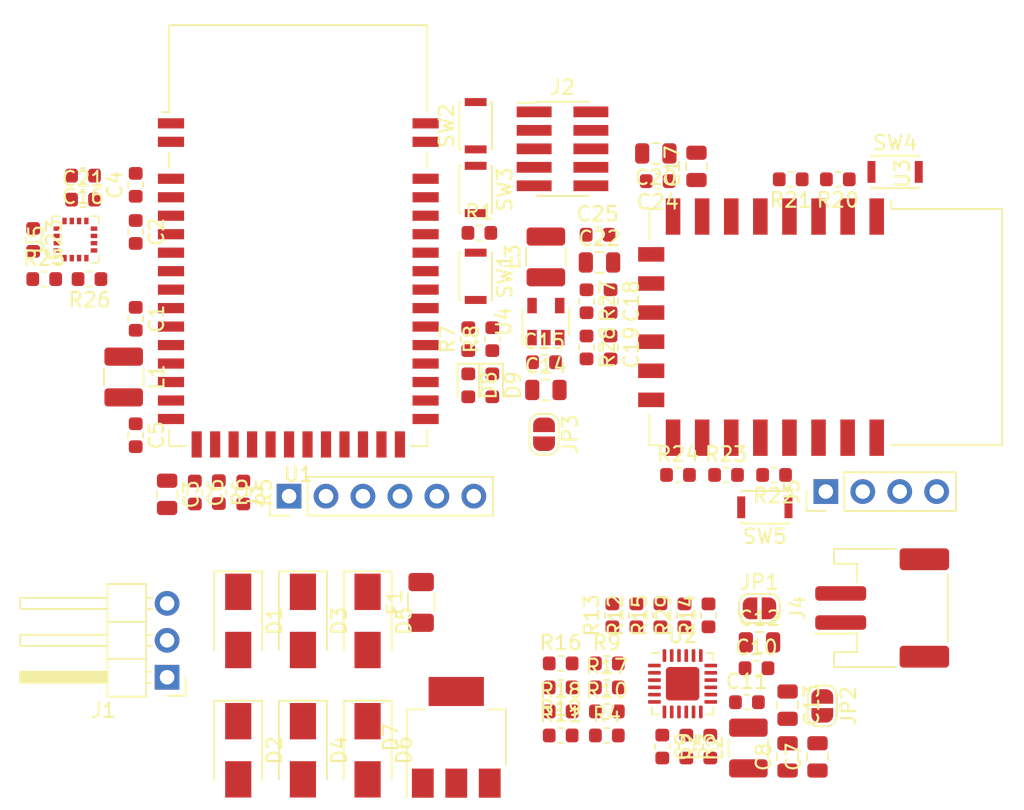
<source format=kicad_pcb>
(kicad_pcb (version 20171130) (host pcbnew "(5.1.6)-1")
  (layers (0 F.Cu signal) (1 In1.Cu signal) (2 In2.Cu signal) (31 B.Cu signal) (34 B.Paste user) (35 F.Paste user) (36 B.SilkS user) (37 F.SilkS user hide) (38 B.Mask user) (39 F.Mask user) (44 Edge.Cuts user))
  (net 0 "")
  (net 1 "Net-(C1-Pad2)")
  (net 2 GND)
  (net 3 "Net-(C2-Pad1)")
  (net 4 +3V3)
  (net 5 "Net-(C4-Pad1)")
  (net 6 "Net-(C5-Pad1)")
  (net 7 "Net-(C7-Pad1)")
  (net 8 "Net-(C9-Pad1)")
  (net 9 VBUS)
  (net 10 "Net-(C11-Pad1)")
  (net 11 "Net-(C14-Pad1)")
  (net 12 "Net-(C16-Pad2)")
  (net 13 "Net-(C16-Pad1)")
  (net 14 +3.3VP)
  (net 15 "Net-(C18-Pad2)")
  (net 16 "Net-(C21-Pad1)")
  (net 17 "Net-(D1-Pad2)")
  (net 18 "Net-(D1-Pad1)")
  (net 19 "Net-(D3-Pad2)")
  (net 20 "Net-(D5-Pad2)")
  (net 21 "Net-(D8-Pad1)")
  (net 22 "Net-(D9-Pad1)")
  (net 23 /nRST)
  (net 24 "Net-(J2-Pad8)")
  (net 25 "Net-(J2-Pad7)")
  (net 26 /SWO)
  (net 27 /SWCLK)
  (net 28 /SWDIO)
  (net 29 /GPIO15)
  (net 30 /GPIO14)
  (net 31 /GPIO13)
  (net 32 /GPIO12)
  (net 33 "Net-(J4-Pad1)")
  (net 34 /ESP_TX)
  (net 35 /ESP_RX)
  (net 36 +BATT)
  (net 37 "Net-(L1-Pad2)")
  (net 38 "Net-(L2-Pad2)")
  (net 39 "Net-(L3-Pad1)")
  (net 40 "Net-(R2-Pad2)")
  (net 41 "Net-(R10-Pad2)")
  (net 42 "Net-(R11-Pad2)")
  (net 43 "Net-(R5-Pad1)")
  (net 44 "Net-(R7-Pad2)")
  (net 45 "Net-(R8-Pad2)")
  (net 46 "Net-(R16-Pad2)")
  (net 47 "Net-(R10-Pad1)")
  (net 48 "Net-(R11-Pad1)")
  (net 49 "Net-(R12-Pad1)")
  (net 50 "Net-(R13-Pad1)")
  (net 51 "Net-(R14-Pad1)")
  (net 52 /DIS_SW)
  (net 53 "Net-(R17-Pad2)")
  (net 54 "Net-(R20-Pad1)")
  (net 55 "Net-(R21-Pad1)")
  (net 56 /ESP_IO0)
  (net 57 /ESP_IO2)
  (net 58 /NRF_RX)
  (net 59 /SDA)
  (net 60 /SCL)
  (net 61 "Net-(R29-Pad1)")
  (net 62 "Net-(SW2-Pad1)")
  (net 63 "Net-(SW3-Pad1)")
  (net 64 "Net-(U1-Pad32)")
  (net 65 "Net-(U1-Pad31)")
  (net 66 "Net-(U1-Pad26)")
  (net 67 "Net-(U1-Pad24)")
  (net 68 "Net-(U1-Pad22)")
  (net 69 /NRF_TX)
  (net 70 /ESP_EN)
  (net 71 "Net-(U1-Pad19)")
  (net 72 "Net-(U1-Pad18)")
  (net 73 "Net-(U1-Pad11)")
  (net 74 "Net-(U1-Pad10)")
  (net 75 "Net-(U1-Pad9)")
  (net 76 "Net-(U1-Pad8)")
  (net 77 /DRDY)
  (net 78 "Net-(U2-Pad19)")
  (net 79 "Net-(U2-Pad18)")
  (net 80 "Net-(U2-Pad11)")
  (net 81 "Net-(U3-Pad20)")
  (net 82 "Net-(U3-Pad19)")
  (net 83 "Net-(U3-Pad14)")
  (net 84 "Net-(U3-Pad13)")
  (net 85 "Net-(U3-Pad12)")
  (net 86 "Net-(U3-Pad11)")
  (net 87 "Net-(U3-Pad10)")
  (net 88 "Net-(U3-Pad9)")
  (net 89 "Net-(U3-Pad6)")
  (net 90 "Net-(U3-Pad5)")
  (net 91 "Net-(U3-Pad4)")
  (net 92 "Net-(U3-Pad2)")
  (net 93 "Net-(U5-Pad5)")
  (net 94 "Net-(U5-Pad7)")
  (net 95 "Net-(U5-Pad6)")
  (net 96 "Net-(U5-Pad3)")
  (net 97 "Net-(U5-Pad14)")
  (net 98 "Net-(U1-Pad39)")
  (module Package_LGA:LGA-16_3x3mm_P0.5mm (layer F.Cu) (at 96.8235 28.8415 90)
    (fp_text reference U5 (at 0 -2.7 90) (layer F.SilkS))
    (fp_text value QMC5883L)
    (pad 10 smd rect (at 1.275 0.25 180) (size 0.3 0.45) (layers F.Cu F.Paste F.Mask) (net 16 "Net-(C21-Pad1)"))
    (pad 11 smd rect (at 1.275 -0.25 180) (size 0.3 0.45) (layers F.Cu F.Paste F.Mask) (net 2 GND))
    (pad 12 smd rect (at 1.275 -0.75 180) (size 0.3 0.45) (layers F.Cu F.Paste F.Mask) (net 12 "Net-(C16-Pad2)"))
    (pad 9 smd rect (at 1.275 0.75 180) (size 0.3 0.45) (layers F.Cu F.Paste F.Mask) (net 2 GND))
    (pad 5 smd rect (at -0.75 1.275 90) (size 0.3 0.45) (layers F.Cu F.Paste F.Mask) (net 93 "Net-(U5-Pad5)"))
    (pad 7 smd rect (at 0.25 1.275 90) (size 0.3 0.45) (layers F.Cu F.Paste F.Mask) (net 94 "Net-(U5-Pad7)"))
    (pad 6 smd rect (at -0.25 1.275 90) (size 0.3 0.45) (layers F.Cu F.Paste F.Mask) (net 95 "Net-(U5-Pad6)"))
    (pad 8 smd rect (at 0.75 1.275 90) (size 0.3 0.45) (layers F.Cu F.Paste F.Mask) (net 13 "Net-(C16-Pad1)"))
    (pad 4 smd rect (at -1.275 0.75 180) (size 0.3 0.45) (layers F.Cu F.Paste F.Mask) (net 4 +3V3))
    (pad 3 smd rect (at -1.275 0.25 180) (size 0.3 0.45) (layers F.Cu F.Paste F.Mask) (net 96 "Net-(U5-Pad3)"))
    (pad 2 smd rect (at -1.275 -0.25 180) (size 0.3 0.45) (layers F.Cu F.Paste F.Mask) (net 4 +3V3))
    (pad 1 smd rect (at -1.275 -0.75 180) (size 0.3 0.45) (layers F.Cu F.Paste F.Mask) (net 60 /SCL))
    (pad 14 smd rect (at 0.25 -1.275 90) (size 0.3 0.45) (layers F.Cu F.Paste F.Mask) (net 97 "Net-(U5-Pad14)"))
    (pad 15 smd rect (at -0.25 -1.275 90) (size 0.3 0.45) (layers F.Cu F.Paste F.Mask) (net 77 /DRDY))
    (pad 16 smd rect (at -0.75 -1.275 90) (size 0.3 0.45) (layers F.Cu F.Paste F.Mask) (net 59 /SDA))
    (pad 13 smd rect (at 0.75 -1.275 90) (size 0.3 0.45) (layers F.Cu F.Paste F.Mask) (net 4 +3V3))
  )
  (module Package_TO_SOT_SMD:SOT-23-5 (layer F.Cu) (at 129.159 34.4805 90)
    (fp_text reference U4 (at 0 -2.9 90) (layer F.SilkS))
    (fp_text value TPS62200DBV)
    (pad 5 smd rect (at 1.1 -0.95 90) (size 1.06 0.65) (layers F.Cu F.Paste F.Mask) (net 39 "Net-(L3-Pad1)"))
    (pad 4 smd rect (at 1.1 0.95 90) (size 1.06 0.65) (layers F.Cu F.Paste F.Mask) (net 15 "Net-(C18-Pad2)"))
    (pad 3 smd rect (at -1.1 0.95 90) (size 1.06 0.65) (layers F.Cu F.Paste F.Mask) (net 70 /ESP_EN))
    (pad 2 smd rect (at -1.1 0 90) (size 1.06 0.65) (layers F.Cu F.Paste F.Mask) (net 2 GND))
    (pad 1 smd rect (at -1.1 -0.95 90) (size 1.06 0.65) (layers F.Cu F.Paste F.Mask) (net 11 "Net-(C14-Pad1)"))
  )
  (module RF_Module:ESP-12E (layer F.Cu) (at 148.3995 34.8615 270)
    (fp_text reference U3 (at -10.56 -5.26 90) (layer F.SilkS))
    (fp_text value ESP-12F)
    (pad 22 smd rect (at 7.6 -3.5 270) (size 2.5 1) (layers F.Cu F.Paste F.Mask) (net 34 /ESP_TX))
    (pad 21 smd rect (at 7.6 -1.5 270) (size 2.5 1) (layers F.Cu F.Paste F.Mask) (net 35 /ESP_RX))
    (pad 20 smd rect (at 7.6 0.5 270) (size 2.5 1) (layers F.Cu F.Paste F.Mask) (net 81 "Net-(U3-Pad20)"))
    (pad 19 smd rect (at 7.6 2.5 270) (size 2.5 1) (layers F.Cu F.Paste F.Mask) (net 82 "Net-(U3-Pad19)"))
    (pad 18 smd rect (at 7.6 4.5 270) (size 2.5 1) (layers F.Cu F.Paste F.Mask) (net 56 /ESP_IO0))
    (pad 17 smd rect (at 7.6 6.5 270) (size 2.5 1) (layers F.Cu F.Paste F.Mask) (net 57 /ESP_IO2))
    (pad 16 smd rect (at 7.6 8.5 270) (size 2.5 1) (layers F.Cu F.Paste F.Mask) (net 58 /NRF_RX))
    (pad 15 smd rect (at 7.6 10.5 270) (size 2.5 1) (layers F.Cu F.Paste F.Mask) (net 2 GND))
    (pad 14 smd rect (at 5 12 270) (size 1 1.8) (layers F.Cu F.Paste F.Mask) (net 83 "Net-(U3-Pad14)"))
    (pad 13 smd rect (at 3 12 270) (size 1 1.8) (layers F.Cu F.Paste F.Mask) (net 84 "Net-(U3-Pad13)"))
    (pad 12 smd rect (at 1 12 270) (size 1 1.8) (layers F.Cu F.Paste F.Mask) (net 85 "Net-(U3-Pad12)"))
    (pad 11 smd rect (at -1 12 270) (size 1 1.8) (layers F.Cu F.Paste F.Mask) (net 86 "Net-(U3-Pad11)"))
    (pad 10 smd rect (at -3 12 270) (size 1 1.8) (layers F.Cu F.Paste F.Mask) (net 87 "Net-(U3-Pad10)"))
    (pad 9 smd rect (at -5 12 270) (size 1 1.8) (layers F.Cu F.Paste F.Mask) (net 88 "Net-(U3-Pad9)"))
    (pad 8 smd rect (at -7.6 10.5 270) (size 2.5 1) (layers F.Cu F.Paste F.Mask) (net 14 +3.3VP))
    (pad 7 smd rect (at -7.6 8.5 270) (size 2.5 1) (layers F.Cu F.Paste F.Mask) (net 69 /NRF_TX))
    (pad 6 smd rect (at -7.6 6.5 270) (size 2.5 1) (layers F.Cu F.Paste F.Mask) (net 89 "Net-(U3-Pad6)"))
    (pad 5 smd rect (at -7.6 4.5 270) (size 2.5 1) (layers F.Cu F.Paste F.Mask) (net 90 "Net-(U3-Pad5)"))
    (pad 4 smd rect (at -7.6 2.5 270) (size 2.5 1) (layers F.Cu F.Paste F.Mask) (net 91 "Net-(U3-Pad4)"))
    (pad 3 smd rect (at -7.6 0.5 270) (size 2.5 1) (layers F.Cu F.Paste F.Mask) (net 55 "Net-(R21-Pad1)"))
    (pad 2 smd rect (at -7.6 -1.5 270) (size 2.5 1) (layers F.Cu F.Paste F.Mask) (net 92 "Net-(U3-Pad2)"))
    (pad 1 smd rect (at -7.6 -3.5 270) (size 2.5 1) (layers F.Cu F.Paste F.Mask) (net 54 "Net-(R20-Pad1)"))
  )
  (module Package_CSP:LFCSP-24-1EP_4x4mm_P0.5mm_EP2.3x2.3mm (layer F.Cu) (at 138.557 59.3725)
    (fp_text reference U2 (at 0 -3.32) (layer F.SilkS))
    (fp_text value ADP5091)
    (pad 24 smd roundrect (at -1.25 -1.9375) (size 0.25 0.875) (layers F.Cu F.Paste F.Mask) (net 50 "Net-(R13-Pad1)"))
    (pad 23 smd roundrect (at -0.75 -1.9375) (size 0.25 0.875) (layers F.Cu F.Paste F.Mask) (net 49 "Net-(R12-Pad1)"))
    (pad 22 smd roundrect (at -0.25 -1.9375) (size 0.25 0.875) (layers F.Cu F.Paste F.Mask) (net 52 /DIS_SW))
    (pad 21 smd roundrect (at 0.25 -1.9375) (size 0.25 0.875) (layers F.Cu F.Paste F.Mask) (net 61 "Net-(R29-Pad1)"))
    (pad 20 smd roundrect (at 0.75 -1.9375) (size 0.25 0.875) (layers F.Cu F.Paste F.Mask) (net 51 "Net-(R14-Pad1)"))
    (pad 19 smd roundrect (at 1.25 -1.9375) (size 0.25 0.875) (layers F.Cu F.Paste F.Mask) (net 78 "Net-(U2-Pad19)"))
    (pad 18 smd roundrect (at 1.9375 -1.25) (size 0.875 0.25) (layers F.Cu F.Paste F.Mask) (net 79 "Net-(U2-Pad18)"))
    (pad 17 smd roundrect (at 1.9375 -0.75) (size 0.875 0.25) (layers F.Cu F.Paste F.Mask) (net 36 +BATT))
    (pad 16 smd roundrect (at 1.9375 -0.25) (size 0.875 0.25) (layers F.Cu F.Paste F.Mask) (net 9 VBUS))
    (pad 15 smd roundrect (at 1.9375 0.25) (size 0.875 0.25) (layers F.Cu F.Paste F.Mask) (net 10 "Net-(C11-Pad1)"))
    (pad 14 smd roundrect (at 1.9375 0.75) (size 0.875 0.25) (layers F.Cu F.Paste F.Mask) (net 10 "Net-(C11-Pad1)"))
    (pad 13 smd roundrect (at 1.9375 1.25) (size 0.875 0.25) (layers F.Cu F.Paste F.Mask) (net 38 "Net-(L2-Pad2)"))
    (pad 12 smd roundrect (at 1.25 1.9375) (size 0.25 0.875) (layers F.Cu F.Paste F.Mask) (net 2 GND))
    (pad 11 smd roundrect (at 0.75 1.9375) (size 0.25 0.875) (layers F.Cu F.Paste F.Mask) (net 80 "Net-(U2-Pad11)"))
    (pad 10 smd roundrect (at 0.25 1.9375) (size 0.25 0.875) (layers F.Cu F.Paste F.Mask) (net 7 "Net-(C7-Pad1)"))
    (pad 9 smd roundrect (at -0.25 1.9375) (size 0.25 0.875) (layers F.Cu F.Paste F.Mask) (net 40 "Net-(R2-Pad2)"))
    (pad 8 smd roundrect (at -0.75 1.9375) (size 0.25 0.875) (layers F.Cu F.Paste F.Mask) (net 8 "Net-(C9-Pad1)"))
    (pad 7 smd roundrect (at -1.25 1.9375) (size 0.25 0.875) (layers F.Cu F.Paste F.Mask) (net 2 GND))
    (pad 6 smd roundrect (at -1.9375 1.25) (size 0.875 0.25) (layers F.Cu F.Paste F.Mask) (net 48 "Net-(R11-Pad1)"))
    (pad 5 smd roundrect (at -1.9375 0.75) (size 0.875 0.25) (layers F.Cu F.Paste F.Mask) (net 42 "Net-(R11-Pad2)"))
    (pad 4 smd roundrect (at -1.9375 0.25) (size 0.875 0.25) (layers F.Cu F.Paste F.Mask) (net 47 "Net-(R10-Pad1)"))
    (pad 3 smd roundrect (at -1.9375 -0.25) (size 0.875 0.25) (layers F.Cu F.Paste F.Mask) (net 53 "Net-(R17-Pad2)"))
    (pad 2 smd roundrect (at -1.9375 -0.75) (size 0.875 0.25) (layers F.Cu F.Paste F.Mask) (net 46 "Net-(R16-Pad2)"))
    (pad 1 smd roundrect (at -1.9375 -1.25) (size 0.875 0.25) (layers F.Cu F.Paste F.Mask) (net 41 "Net-(R10-Pad2)"))
    (pad 25 smd roundrect (at 0 0) (size 2.3 2.3) (layers F.Cu F.Mask) (roundrect_rratio 0.108696) (net 2 GND))
  )
  (module RF_Module:E73-2G4M04S (layer F.Cu) (at 112.141 28.575)
    (fp_text reference U1 (at 0 16.4) (layer F.SilkS))
    (fp_text value E73-2G4M04S-52832)
    (pad 43 smd rect (at 8.75 -7.72) (size 1.8 0.7) (layers F.Cu F.Paste F.Mask) (net 2 GND))
    (pad 42 smd rect (at 8.75 -6.45) (size 1.8 0.7) (layers F.Cu F.Paste F.Mask) (net 2 GND))
    (pad 41 smd rect (at 8.75 -3.91) (size 1.8 0.7) (layers F.Cu F.Paste F.Mask) (net 62 "Net-(SW2-Pad1)"))
    (pad 40 smd rect (at 8.75 -2.64) (size 1.8 0.7) (layers F.Cu F.Paste F.Mask) (net 63 "Net-(SW3-Pad1)"))
    (pad 39 smd rect (at 8.75 -1.37) (size 1.8 0.7) (layers F.Cu F.Paste F.Mask) (net 98 "Net-(U1-Pad39)"))
    (pad 38 smd rect (at 8.75 -0.1) (size 1.8 0.7) (layers F.Cu F.Paste F.Mask) (net 28 /SWDIO))
    (pad 37 smd rect (at 8.75 1.17) (size 1.8 0.7) (layers F.Cu F.Paste F.Mask) (net 27 /SWCLK))
    (pad 36 smd rect (at 8.75 2.44) (size 1.8 0.7) (layers F.Cu F.Paste F.Mask) (net 23 /nRST))
    (pad 35 smd rect (at 8.75 3.71) (size 1.8 0.7) (layers F.Cu F.Paste F.Mask) (net 45 "Net-(R8-Pad2)"))
    (pad 34 smd rect (at 8.75 4.98) (size 1.8 0.7) (layers F.Cu F.Paste F.Mask) (net 44 "Net-(R7-Pad2)"))
    (pad 33 smd rect (at 8.75 6.25) (size 1.8 0.7) (layers F.Cu F.Paste F.Mask) (net 26 /SWO))
    (pad 32 smd rect (at 8.75 7.52) (size 1.8 0.7) (layers F.Cu F.Paste F.Mask) (net 64 "Net-(U1-Pad32)"))
    (pad 31 smd rect (at 8.75 8.79) (size 1.8 0.7) (layers F.Cu F.Paste F.Mask) (net 65 "Net-(U1-Pad31)"))
    (pad 30 smd rect (at 8.75 10.06) (size 1.8 0.7) (layers F.Cu F.Paste F.Mask) (net 29 /GPIO15))
    (pad 29 smd rect (at 8.75 11.33) (size 1.8 0.7) (layers F.Cu F.Paste F.Mask) (net 30 /GPIO14))
    (pad 28 smd rect (at 8.75 12.6) (size 1.8 0.7) (layers F.Cu F.Paste F.Mask) (net 31 /GPIO13))
    (pad 27 smd rect (at 6.985 14.35) (size 0.7 1.8) (layers F.Cu F.Paste F.Mask) (net 32 /GPIO12))
    (pad 26 smd rect (at 5.715 14.35) (size 0.7 1.8) (layers F.Cu F.Paste F.Mask) (net 66 "Net-(U1-Pad26)"))
    (pad 25 smd rect (at 4.445 14.35) (size 0.7 1.8) (layers F.Cu F.Paste F.Mask) (net 67 "Net-(U1-Pad24)"))
    (pad 24 smd rect (at 3.175 14.35) (size 0.7 1.8) (layers F.Cu F.Paste F.Mask) (net 67 "Net-(U1-Pad24)"))
    (pad 23 smd rect (at 1.905 14.35) (size 0.7 1.8) (layers F.Cu F.Paste F.Mask) (net 58 /NRF_RX))
    (pad 22 smd rect (at 0.635 14.35) (size 0.7 1.8) (layers F.Cu F.Paste F.Mask) (net 68 "Net-(U1-Pad22)"))
    (pad 21 smd rect (at -0.635 14.35) (size 0.7 1.8) (layers F.Cu F.Paste F.Mask) (net 69 /NRF_TX))
    (pad 20 smd rect (at -1.905 14.35) (size 0.7 1.8) (layers F.Cu F.Paste F.Mask) (net 70 /ESP_EN))
    (pad 19 smd rect (at -3.175 14.35) (size 0.7 1.8) (layers F.Cu F.Paste F.Mask) (net 71 "Net-(U1-Pad19)"))
    (pad 18 smd rect (at -4.445 14.35) (size 0.7 1.8) (layers F.Cu F.Paste F.Mask) (net 72 "Net-(U1-Pad18)"))
    (pad 17 smd rect (at -5.715 14.35) (size 0.7 1.8) (layers F.Cu F.Paste F.Mask) (net 43 "Net-(R5-Pad1)"))
    (pad 16 smd rect (at -6.985 14.35) (size 0.7 1.8) (layers F.Cu F.Paste F.Mask) (net 4 +3V3))
    (pad 15 smd rect (at -8.75 12.6) (size 1.8 0.7) (layers F.Cu F.Paste F.Mask) (net 2 GND))
    (pad 14 smd rect (at -8.75 11.33) (size 1.8 0.7) (layers F.Cu F.Paste F.Mask) (net 6 "Net-(C5-Pad1)"))
    (pad 13 smd rect (at -8.75 10.06) (size 1.8 0.7) (layers F.Cu F.Paste F.Mask) (net 37 "Net-(L1-Pad2)"))
    (pad 12 smd rect (at -8.75 8.79) (size 1.8 0.7) (layers F.Cu F.Paste F.Mask) (net 1 "Net-(C1-Pad2)"))
    (pad 11 smd rect (at -8.75 7.52) (size 1.8 0.7) (layers F.Cu F.Paste F.Mask) (net 73 "Net-(U1-Pad11)"))
    (pad 10 smd rect (at -8.75 6.25) (size 1.8 0.7) (layers F.Cu F.Paste F.Mask) (net 74 "Net-(U1-Pad10)"))
    (pad 9 smd rect (at -8.75 4.98) (size 1.8 0.7) (layers F.Cu F.Paste F.Mask) (net 75 "Net-(U1-Pad9)"))
    (pad 8 smd rect (at -8.75 3.71) (size 1.8 0.7) (layers F.Cu F.Paste F.Mask) (net 76 "Net-(U1-Pad8)"))
    (pad 7 smd rect (at -8.75 2.44) (size 1.8 0.7) (layers F.Cu F.Paste F.Mask) (net 60 /SCL))
    (pad 6 smd rect (at -8.75 1.17) (size 1.8 0.7) (layers F.Cu F.Paste F.Mask) (net 59 /SDA))
    (pad 5 smd rect (at -8.75 -0.1) (size 1.8 0.7) (layers F.Cu F.Paste F.Mask) (net 77 /DRDY))
    (pad 4 smd rect (at -8.75 -1.37) (size 1.8 0.7) (layers F.Cu F.Paste F.Mask) (net 3 "Net-(C2-Pad1)"))
    (pad 3 smd rect (at -8.75 -2.64) (size 1.8 0.7) (layers F.Cu F.Paste F.Mask) (net 5 "Net-(C4-Pad1)"))
    (pad 2 smd rect (at -8.75 -3.91) (size 1.8 0.7) (layers F.Cu F.Paste F.Mask) (net 2 GND))
    (pad 1 smd rect (at -8.75 -6.45) (size 1.8 0.7) (layers F.Cu F.Paste F.Mask) (net 2 GND))
    (pad 0 smd rect (at -8.75 -7.72) (size 1.8 0.7) (layers F.Cu F.Paste F.Mask) (net 2 GND))
  )
  (module Button_Switch_SMD:SW_SPST_CK_KXT3 (layer F.Cu) (at 144.2085 47.244 180)
    (fp_text reference SW5 (at 0 -2) (layer F.SilkS))
    (fp_text value SW_Push)
    (pad 2 smd rect (at 1.625 0 180) (size 0.55 1.5) (layers F.Cu F.Paste F.Mask) (net 2 GND))
    (pad 1 smd rect (at -1.625 0 180) (size 0.55 1.5) (layers F.Cu F.Paste F.Mask) (net 56 /ESP_IO0))
  )
  (module Button_Switch_SMD:SW_SPST_CK_KXT3 (layer F.Cu) (at 153.162 24.1935)
    (fp_text reference SW4 (at 0 -2) (layer F.SilkS))
    (fp_text value SW_Push)
    (pad 2 smd rect (at 1.625 0) (size 0.55 1.5) (layers F.Cu F.Paste F.Mask) (net 2 GND))
    (pad 1 smd rect (at -1.625 0) (size 0.55 1.5) (layers F.Cu F.Paste F.Mask) (net 54 "Net-(R20-Pad1)"))
  )
  (module Button_Switch_SMD:SW_SPST_CK_KXT3 (layer F.Cu) (at 124.333 25.4 270)
    (fp_text reference SW3 (at 0 -2 90) (layer F.SilkS))
    (fp_text value SW_Push)
    (pad 2 smd rect (at 1.625 0 270) (size 0.55 1.5) (layers F.Cu F.Paste F.Mask) (net 2 GND))
    (pad 1 smd rect (at -1.625 0 270) (size 0.55 1.5) (layers F.Cu F.Paste F.Mask) (net 63 "Net-(SW3-Pad1)"))
  )
  (module Button_Switch_SMD:SW_SPST_CK_KXT3 (layer F.Cu) (at 124.333 21.0185 90)
    (fp_text reference SW2 (at 0 -2 90) (layer F.SilkS))
    (fp_text value SW_Push)
    (pad 2 smd rect (at 1.625 0 90) (size 0.55 1.5) (layers F.Cu F.Paste F.Mask) (net 2 GND))
    (pad 1 smd rect (at -1.625 0 90) (size 0.55 1.5) (layers F.Cu F.Paste F.Mask) (net 62 "Net-(SW2-Pad1)"))
  )
  (module Button_Switch_SMD:SW_SPST_CK_KXT3 (layer F.Cu) (at 124.333 31.369 270)
    (fp_text reference SW1 (at 0 -2 90) (layer F.SilkS))
    (fp_text value SW_Push)
    (pad 2 smd rect (at 1.625 0 270) (size 0.55 1.5) (layers F.Cu F.Paste F.Mask) (net 2 GND))
    (pad 1 smd rect (at -1.625 0 270) (size 0.55 1.5) (layers F.Cu F.Paste F.Mask) (net 23 /nRST))
  )
  (module Resistor_SMD:R_0603_1608Metric (layer F.Cu) (at 138.684 54.6735 90)
    (fp_text reference R29 (at 0 -1.43 90) (layer F.SilkS))
    (fp_text value 0R)
    (pad 2 smd roundrect (at 0.7875 0 90) (size 0.875 0.95) (layers F.Cu F.Paste F.Mask) (net 2 GND))
    (pad 1 smd roundrect (at -0.7875 0 90) (size 0.875 0.95) (layers F.Cu F.Paste F.Mask) (net 61 "Net-(R29-Pad1)"))
  )
  (module Resistor_SMD:R_0603_1608Metric (layer F.Cu) (at 131.953 36.2585 270)
    (fp_text reference R28 (at 0 -1.43 90) (layer F.SilkS))
    (fp_text value 120k)
    (pad 2 smd roundrect (at 0.7875 0 270) (size 0.875 0.95) (layers F.Cu F.Paste F.Mask) (net 2 GND))
    (pad 1 smd roundrect (at -0.7875 0 270) (size 0.875 0.95) (layers F.Cu F.Paste F.Mask) (net 15 "Net-(C18-Pad2)"))
  )
  (module Resistor_SMD:R_0603_1608Metric (layer F.Cu) (at 131.953 33.0835 270)
    (fp_text reference R27 (at 0 -1.43 90) (layer F.SilkS))
    (fp_text value 680k)
    (pad 2 smd roundrect (at 0.7875 0 270) (size 0.875 0.95) (layers F.Cu F.Paste F.Mask) (net 15 "Net-(C18-Pad2)"))
    (pad 1 smd roundrect (at -0.7875 0 270) (size 0.875 0.95) (layers F.Cu F.Paste F.Mask) (net 14 +3.3VP))
  )
  (module Resistor_SMD:R_0603_1608Metric (layer F.Cu) (at 97.79 31.5595 180)
    (fp_text reference R26 (at 0 -1.43) (layer F.SilkS))
    (fp_text value 120k)
    (pad 2 smd roundrect (at 0.7875 0 180) (size 0.875 0.95) (layers F.Cu F.Paste F.Mask) (net 60 /SCL))
    (pad 1 smd roundrect (at -0.7875 0 180) (size 0.875 0.95) (layers F.Cu F.Paste F.Mask) (net 4 +3V3))
  )
  (module Resistor_SMD:R_0603_1608Metric (layer F.Cu) (at 94.6785 31.5595)
    (fp_text reference R25 (at 0 -1.43) (layer F.SilkS))
    (fp_text value 120k)
    (pad 2 smd roundrect (at 0.7875 0) (size 0.875 0.95) (layers F.Cu F.Paste F.Mask) (net 59 /SDA))
    (pad 1 smd roundrect (at -0.7875 0) (size 0.875 0.95) (layers F.Cu F.Paste F.Mask) (net 4 +3V3))
  )
  (module Resistor_SMD:R_0603_1608Metric (layer F.Cu) (at 138.2395 45.0215)
    (fp_text reference R24 (at 0 -1.43) (layer F.SilkS))
    (fp_text value 10K)
    (pad 2 smd roundrect (at 0.7875 0) (size 0.875 0.95) (layers F.Cu F.Paste F.Mask) (net 58 /NRF_RX))
    (pad 1 smd roundrect (at -0.7875 0) (size 0.875 0.95) (layers F.Cu F.Paste F.Mask) (net 2 GND))
  )
  (module Resistor_SMD:R_0603_1608Metric (layer F.Cu) (at 141.5415 45.0215)
    (fp_text reference R23 (at 0 -1.43) (layer F.SilkS))
    (fp_text value 10K)
    (pad 2 smd roundrect (at 0.7875 0) (size 0.875 0.95) (layers F.Cu F.Paste F.Mask) (net 57 /ESP_IO2))
    (pad 1 smd roundrect (at -0.7875 0) (size 0.875 0.95) (layers F.Cu F.Paste F.Mask) (net 14 +3.3VP))
  )
  (module Resistor_SMD:R_0603_1608Metric (layer F.Cu) (at 144.8435 45.0215 180)
    (fp_text reference R22 (at 0 -1.43) (layer F.SilkS))
    (fp_text value 10K)
    (pad 2 smd roundrect (at 0.7875 0 180) (size 0.875 0.95) (layers F.Cu F.Paste F.Mask) (net 56 /ESP_IO0))
    (pad 1 smd roundrect (at -0.7875 0 180) (size 0.875 0.95) (layers F.Cu F.Paste F.Mask) (net 14 +3.3VP))
  )
  (module Resistor_SMD:R_0603_1608Metric (layer F.Cu) (at 145.9865 24.7015 180)
    (fp_text reference R21 (at 0 -1.43) (layer F.SilkS))
    (fp_text value 10K)
    (pad 2 smd roundrect (at 0.7875 0 180) (size 0.875 0.95) (layers F.Cu F.Paste F.Mask) (net 14 +3.3VP))
    (pad 1 smd roundrect (at -0.7875 0 180) (size 0.875 0.95) (layers F.Cu F.Paste F.Mask) (net 55 "Net-(R21-Pad1)"))
  )
  (module Resistor_SMD:R_0603_1608Metric (layer F.Cu) (at 149.225 24.7015 180)
    (fp_text reference R20 (at 0 -1.43) (layer F.SilkS))
    (fp_text value 10K)
    (pad 2 smd roundrect (at 0.7875 0 180) (size 0.875 0.95) (layers F.Cu F.Paste F.Mask) (net 14 +3.3VP))
    (pad 1 smd roundrect (at -0.7875 0 180) (size 0.875 0.95) (layers F.Cu F.Paste F.Mask) (net 54 "Net-(R20-Pad1)"))
  )
  (module Resistor_SMD:R_0603_1608Metric (layer F.Cu) (at 130.175 59.6265 180)
    (fp_text reference R19 (at 0 -1.43) (layer F.SilkS))
    (fp_text value 3.32M)
    (pad 2 smd roundrect (at 0.7875 0 180) (size 0.875 0.95) (layers F.Cu F.Paste F.Mask) (net 48 "Net-(R11-Pad1)"))
    (pad 1 smd roundrect (at -0.7875 0 180) (size 0.875 0.95) (layers F.Cu F.Paste F.Mask) (net 2 GND))
  )
  (module Resistor_SMD:R_0603_1608Metric (layer F.Cu) (at 130.175 61.2775)
    (fp_text reference R18 (at 0 -1.43) (layer F.SilkS))
    (fp_text value 3.57M)
    (pad 2 smd roundrect (at 0.7875 0) (size 0.875 0.95) (layers F.Cu F.Paste F.Mask) (net 47 "Net-(R10-Pad1)"))
    (pad 1 smd roundrect (at -0.7875 0) (size 0.875 0.95) (layers F.Cu F.Paste F.Mask) (net 2 GND))
  )
  (module Resistor_SMD:R_0603_1608Metric (layer F.Cu) (at 133.35 59.6265)
    (fp_text reference R17 (at 0 -1.43) (layer F.SilkS))
    (fp_text value 0R)
    (pad 2 smd roundrect (at 0.7875 0) (size 0.875 0.95) (layers F.Cu F.Paste F.Mask) (net 53 "Net-(R17-Pad2)"))
    (pad 1 smd roundrect (at -0.7875 0) (size 0.875 0.95) (layers F.Cu F.Paste F.Mask) (net 2 GND))
  )
  (module Resistor_SMD:R_0603_1608Metric (layer F.Cu) (at 130.175 57.9755)
    (fp_text reference R16 (at 0 -1.43) (layer F.SilkS))
    (fp_text value 3.32M)
    (pad 2 smd roundrect (at 0.7875 0) (size 0.875 0.95) (layers F.Cu F.Paste F.Mask) (net 46 "Net-(R16-Pad2)"))
    (pad 1 smd roundrect (at -0.7875 0) (size 0.875 0.95) (layers F.Cu F.Paste F.Mask) (net 2 GND))
  )
  (module Resistor_SMD:R_0603_1608Metric (layer F.Cu) (at 137.033 54.6735 90)
    (fp_text reference R15 (at 0 -1.43 90) (layer F.SilkS))
    (fp_text value 10K)
    (pad 2 smd roundrect (at 0.7875 0 90) (size 0.875 0.95) (layers F.Cu F.Paste F.Mask) (net 2 GND))
    (pad 1 smd roundrect (at -0.7875 0 90) (size 0.875 0.95) (layers F.Cu F.Paste F.Mask) (net 52 /DIS_SW))
  )
  (module Resistor_SMD:R_0603_1608Metric (layer F.Cu) (at 140.335 54.6735 90)
    (fp_text reference R14 (at 0 -1.43 90) (layer F.SilkS))
    (fp_text value 56k)
    (pad 2 smd roundrect (at 0.7875 0 90) (size 0.875 0.95) (layers F.Cu F.Paste F.Mask) (net 2 GND))
    (pad 1 smd roundrect (at -0.7875 0 90) (size 0.875 0.95) (layers F.Cu F.Paste F.Mask) (net 51 "Net-(R14-Pad1)"))
  )
  (module Resistor_SMD:R_0603_1608Metric (layer F.Cu) (at 133.731 54.6735 90)
    (fp_text reference R13 (at 0 -1.43 90) (layer F.SilkS))
    (fp_text value 10K)
    (pad 2 smd roundrect (at 0.7875 0 90) (size 0.875 0.95) (layers F.Cu F.Paste F.Mask) (net 9 VBUS))
    (pad 1 smd roundrect (at -0.7875 0 90) (size 0.875 0.95) (layers F.Cu F.Paste F.Mask) (net 50 "Net-(R13-Pad1)"))
  )
  (module Resistor_SMD:R_0603_1608Metric (layer F.Cu) (at 135.382 54.6735 90)
    (fp_text reference R12 (at 0 -1.43 90) (layer F.SilkS))
    (fp_text value 10K)
    (pad 2 smd roundrect (at 0.7875 0 90) (size 0.875 0.95) (layers F.Cu F.Paste F.Mask) (net 9 VBUS))
    (pad 1 smd roundrect (at -0.7875 0 90) (size 0.875 0.95) (layers F.Cu F.Paste F.Mask) (net 49 "Net-(R12-Pad1)"))
  )
  (module Resistor_SMD:R_0603_1608Metric (layer F.Cu) (at 130.175 62.9285)
    (fp_text reference R11 (at 0 -1.43) (layer F.SilkS))
    (fp_text value 332K)
    (pad 2 smd roundrect (at 0.7875 0) (size 0.875 0.95) (layers F.Cu F.Paste F.Mask) (net 42 "Net-(R11-Pad2)"))
    (pad 1 smd roundrect (at -0.7875 0) (size 0.875 0.95) (layers F.Cu F.Paste F.Mask) (net 48 "Net-(R11-Pad1)"))
  )
  (module Resistor_SMD:R_0603_1608Metric (layer F.Cu) (at 133.35 61.2775)
    (fp_text reference R10 (at 0 -1.43) (layer F.SilkS))
    (fp_text value 6.49M)
    (pad 2 smd roundrect (at 0.7875 0) (size 0.875 0.95) (layers F.Cu F.Paste F.Mask) (net 41 "Net-(R10-Pad2)"))
    (pad 1 smd roundrect (at -0.7875 0) (size 0.875 0.95) (layers F.Cu F.Paste F.Mask) (net 47 "Net-(R10-Pad1)"))
  )
  (module Resistor_SMD:R_0603_1608Metric (layer F.Cu) (at 133.35 57.9755)
    (fp_text reference R9 (at 0 -1.43) (layer F.SilkS))
    (fp_text value 6.65M)
    (pad 2 smd roundrect (at 0.7875 0) (size 0.875 0.95) (layers F.Cu F.Paste F.Mask) (net 41 "Net-(R10-Pad2)"))
    (pad 1 smd roundrect (at -0.7875 0) (size 0.875 0.95) (layers F.Cu F.Paste F.Mask) (net 46 "Net-(R16-Pad2)"))
  )
  (module Resistor_SMD:R_0603_1608Metric (layer F.Cu) (at 125.476 35.687 90)
    (fp_text reference R8 (at 0 -1.43 90) (layer F.SilkS))
    (fp_text value 2.2K)
    (pad 2 smd roundrect (at 0.7875 0 90) (size 0.875 0.95) (layers F.Cu F.Paste F.Mask) (net 45 "Net-(R8-Pad2)"))
    (pad 1 smd roundrect (at -0.7875 0 90) (size 0.875 0.95) (layers F.Cu F.Paste F.Mask) (net 22 "Net-(D9-Pad1)"))
  )
  (module Resistor_SMD:R_0603_1608Metric (layer F.Cu) (at 123.825 35.687 90)
    (fp_text reference R7 (at 0 -1.43 90) (layer F.SilkS))
    (fp_text value 2.2K)
    (pad 2 smd roundrect (at 0.7875 0 90) (size 0.875 0.95) (layers F.Cu F.Paste F.Mask) (net 44 "Net-(R7-Pad2)"))
    (pad 1 smd roundrect (at -0.7875 0 90) (size 0.875 0.95) (layers F.Cu F.Paste F.Mask) (net 21 "Net-(D8-Pad1)"))
  )
  (module Resistor_SMD:R_0603_1608Metric (layer F.Cu) (at 106.68 46.2025 270)
    (fp_text reference R6 (at 0 -1.43 90) (layer F.SilkS))
    (fp_text value 680k)
    (pad 2 smd roundrect (at 0.7875 0 270) (size 0.875 0.95) (layers F.Cu F.Paste F.Mask) (net 2 GND))
    (pad 1 smd roundrect (at -0.7875 0 270) (size 0.875 0.95) (layers F.Cu F.Paste F.Mask) (net 43 "Net-(R5-Pad1)"))
  )
  (module Resistor_SMD:R_0603_1608Metric (layer F.Cu) (at 108.361 46.228 270)
    (fp_text reference R5 (at 0 -1.43 90) (layer F.SilkS))
    (fp_text value 680k)
    (pad 2 smd roundrect (at 0.7875 0 270) (size 0.875 0.95) (layers F.Cu F.Paste F.Mask) (net 36 +BATT))
    (pad 1 smd roundrect (at -0.7875 0 270) (size 0.875 0.95) (layers F.Cu F.Paste F.Mask) (net 43 "Net-(R5-Pad1)"))
  )
  (module Resistor_SMD:R_0603_1608Metric (layer F.Cu) (at 133.35 62.9285)
    (fp_text reference R4 (at 0 -1.43) (layer F.SilkS))
    (fp_text value 7.15M)
    (pad 2 smd roundrect (at 0.7875 0) (size 0.875 0.95) (layers F.Cu F.Paste F.Mask) (net 41 "Net-(R10-Pad2)"))
    (pad 1 smd roundrect (at -0.7875 0) (size 0.875 0.95) (layers F.Cu F.Paste F.Mask) (net 42 "Net-(R11-Pad2)"))
  )
  (module Resistor_SMD:R_0603_1608Metric (layer F.Cu) (at 138.811 63.6905 270)
    (fp_text reference R3 (at 0 -1.43 90) (layer F.SilkS))
    (fp_text value 18M)
    (pad 2 smd roundrect (at 0.7875 0 270) (size 0.875 0.95) (layers F.Cu F.Paste F.Mask) (net 2 GND))
    (pad 1 smd roundrect (at -0.7875 0 270) (size 0.875 0.95) (layers F.Cu F.Paste F.Mask) (net 40 "Net-(R2-Pad2)"))
  )
  (module Resistor_SMD:R_0603_1608Metric (layer F.Cu) (at 140.462 63.6905 90)
    (fp_text reference R2 (at 0 -1.43 90) (layer F.SilkS))
    (fp_text value 4M7)
    (pad 2 smd roundrect (at 0.7875 0 90) (size 0.875 0.95) (layers F.Cu F.Paste F.Mask) (net 40 "Net-(R2-Pad2)"))
    (pad 1 smd roundrect (at -0.7875 0 90) (size 0.875 0.95) (layers F.Cu F.Paste F.Mask) (net 7 "Net-(C7-Pad1)"))
  )
  (module Resistor_SMD:R_0603_1608Metric (layer F.Cu) (at 124.587 28.3845)
    (fp_text reference R1 (at 0 -1.43) (layer F.SilkS))
    (fp_text value 10K)
    (pad 2 smd roundrect (at 0.7875 0) (size 0.875 0.95) (layers F.Cu F.Paste F.Mask) (net 4 +3V3))
    (pad 1 smd roundrect (at -0.7875 0) (size 0.875 0.95) (layers F.Cu F.Paste F.Mask) (net 23 /nRST))
  )
  (module Inductor_SMD:L_1210_3225Metric (layer F.Cu) (at 129.159 30.0355 90)
    (fp_text reference L3 (at 0 -2.28 90) (layer F.SilkS))
    (fp_text value 10uH)
    (pad 2 smd roundrect (at 1.4 0 90) (size 1.25 2.65) (layers F.Cu F.Paste F.Mask) (roundrect_rratio 0.2) (net 14 +3.3VP))
    (pad 1 smd roundrect (at -1.4 0 90) (size 1.25 2.65) (layers F.Cu F.Paste F.Mask) (roundrect_rratio 0.2) (net 39 "Net-(L3-Pad1)"))
  )
  (module Inductor_SMD:L_1210_3225Metric (layer F.Cu) (at 143.0782 63.7921 90)
    (fp_text reference L2 (at 0 -2.28 90) (layer F.SilkS))
    (fp_text value 22uH)
    (pad 2 smd roundrect (at 1.4 0 90) (size 1.25 2.65) (layers F.Cu F.Paste F.Mask) (roundrect_rratio 0.2) (net 38 "Net-(L2-Pad2)"))
    (pad 1 smd roundrect (at -1.4 0 90) (size 1.25 2.65) (layers F.Cu F.Paste F.Mask) (roundrect_rratio 0.2) (net 7 "Net-(C7-Pad1)"))
  )
  (module Inductor_SMD:L_1210_3225Metric (layer F.Cu) (at 100.1395 38.2905 270)
    (fp_text reference L1 (at 0 -2.28 90) (layer F.SilkS))
    (fp_text value 22uH)
    (pad 2 smd roundrect (at 1.4 0 270) (size 1.25 2.65) (layers F.Cu F.Paste F.Mask) (roundrect_rratio 0.2) (net 37 "Net-(L1-Pad2)"))
    (pad 1 smd roundrect (at -1.4 0 270) (size 1.25 2.65) (layers F.Cu F.Paste F.Mask) (roundrect_rratio 0.2) (net 1 "Net-(C1-Pad2)"))
  )
  (module Jumper:SolderJumper-2_P1.3mm_Open_RoundedPad1.0x1.5mm (layer F.Cu) (at 129.032 42.2275 270)
    (fp_text reference JP3 (at 0 -1.8 90) (layer F.SilkS))
    (fp_text value Jumper_NO_Small)
    (pad 2 smd custom (at 0.65 0 270) (size 1 0.5) (layers F.Cu F.Mask) (net 11 "Net-(C14-Pad1)") (options (clearance outline) (anchor rect)) (primitives (gr_circle (center 0 0.25) (end 0.5 0.25) (width 0)) (gr_circle (center 0 -0.25) (end 0.5 -0.25) (width 0)) (gr_poly (pts (xy 0 -0.75) (xy -0.5 -0.75) (xy -0.5 0.75) (xy 0 0.75)) (width 0))))
    (pad 1 smd custom (at -0.65 0 270) (size 1 0.5) (layers F.Cu F.Mask) (net 9 VBUS) (options (clearance outline) (anchor rect)) (primitives (gr_circle (center 0 0.25) (end 0.5 0.25) (width 0)) (gr_circle (center 0 -0.25) (end 0.5 -0.25) (width 0)) (gr_poly (pts (xy 0 -0.75) (xy 0.5 -0.75) (xy 0.5 0.75) (xy 0 0.75)) (width 0))))
  )
  (module Jumper:SolderJumper-2_P1.3mm_Open_RoundedPad1.0x1.5mm (layer F.Cu) (at 148.1582 60.8965 270)
    (fp_text reference JP2 (at 0 -1.8 90) (layer F.SilkS))
    (fp_text value Jumper_NO_Small)
    (pad 2 smd custom (at 0.65 0 270) (size 1 0.5) (layers F.Cu F.Mask) (net 4 +3V3) (options (clearance outline) (anchor rect)) (primitives (gr_circle (center 0 0.25) (end 0.5 0.25) (width 0)) (gr_circle (center 0 -0.25) (end 0.5 -0.25) (width 0)) (gr_poly (pts (xy 0 -0.75) (xy -0.5 -0.75) (xy -0.5 0.75) (xy 0 0.75)) (width 0))))
    (pad 1 smd custom (at -0.65 0 270) (size 1 0.5) (layers F.Cu F.Mask) (net 10 "Net-(C11-Pad1)") (options (clearance outline) (anchor rect)) (primitives (gr_circle (center 0 0.25) (end 0.5 0.25) (width 0)) (gr_circle (center 0 -0.25) (end 0.5 -0.25) (width 0)) (gr_poly (pts (xy 0 -0.75) (xy 0.5 -0.75) (xy 0.5 0.75) (xy 0 0.75)) (width 0))))
  )
  (module Jumper:SolderJumper-2_P1.3mm_Open_RoundedPad1.0x1.5mm (layer F.Cu) (at 143.8402 54.1909)
    (fp_text reference JP1 (at 0 -1.8) (layer F.SilkS))
    (fp_text value Jumper_NO_Small)
    (pad 2 smd custom (at 0.65 0) (size 1 0.5) (layers F.Cu F.Mask) (net 33 "Net-(J4-Pad1)") (options (clearance outline) (anchor rect)) (primitives (gr_circle (center 0 0.25) (end 0.5 0.25) (width 0)) (gr_circle (center 0 -0.25) (end 0.5 -0.25) (width 0)) (gr_poly (pts (xy 0 -0.75) (xy -0.5 -0.75) (xy -0.5 0.75) (xy 0 0.75)) (width 0))))
    (pad 1 smd custom (at -0.65 0) (size 1 0.5) (layers F.Cu F.Mask) (net 36 +BATT) (options (clearance outline) (anchor rect)) (primitives (gr_circle (center 0 0.25) (end 0.5 0.25) (width 0)) (gr_circle (center 0 -0.25) (end 0.5 -0.25) (width 0)) (gr_poly (pts (xy 0 -0.75) (xy 0.5 -0.75) (xy 0.5 0.75) (xy 0 0.75)) (width 0))))
  )
  (module Connector_PinHeader_2.54mm:PinHeader_1x04_P2.54mm_Vertical (layer F.Cu) (at 148.3995 46.1645 90)
    (fp_text reference J5 (at 0 -2.33 90) (layer F.SilkS))
    (fp_text value Conn_01x04)
    (pad 4 thru_hole oval (at 0 7.62 90) (size 1.7 1.7) (drill 1) (layers *.Cu *.Mask) (net 34 /ESP_TX))
    (pad 3 thru_hole oval (at 0 5.08 90) (size 1.7 1.7) (drill 1) (layers *.Cu *.Mask) (net 2 GND))
    (pad 2 thru_hole oval (at 0 2.54 90) (size 1.7 1.7) (drill 1) (layers *.Cu *.Mask) (net 35 /ESP_RX))
    (pad 1 thru_hole rect (at 0 0 90) (size 1.7 1.7) (drill 1) (layers *.Cu *.Mask) (net 14 +3.3VP))
  )
  (module Connector_JST:JST_PH_S2B-PH-SM4-TB_1x02-1MP_P2.00mm_Horizontal (layer F.Cu) (at 152.273 54.1655 90)
    (fp_text reference J4 (at 0 -5.8 90) (layer F.SilkS))
    (fp_text value Battery)
    (pad MP smd roundrect (at 3.35 2.9 90) (size 1.5 3.4) (layers F.Cu F.Paste F.Mask) (roundrect_rratio 0.166667))
    (pad MP smd roundrect (at -3.35 2.9 90) (size 1.5 3.4) (layers F.Cu F.Paste F.Mask) (roundrect_rratio 0.166667))
    (pad 2 smd roundrect (at 1 -2.85 90) (size 1 3.5) (layers F.Cu F.Paste F.Mask) (net 2 GND))
    (pad 1 smd roundrect (at -1 -2.85 90) (size 1 3.5) (layers F.Cu F.Paste F.Mask) (net 33 "Net-(J4-Pad1)"))
  )
  (module Connector_PinHeader_2.54mm:PinHeader_1x06_P2.54mm_Vertical (layer F.Cu) (at 111.506 46.482 90)
    (fp_text reference J3 (at 0 -2.33 90) (layer F.SilkS))
    (fp_text value Conn_01x06)
    (pad 6 thru_hole oval (at 0 12.7 90) (size 1.7 1.7) (drill 1) (layers *.Cu *.Mask) (net 2 GND))
    (pad 5 thru_hole oval (at 0 10.16 90) (size 1.7 1.7) (drill 1) (layers *.Cu *.Mask) (net 29 /GPIO15))
    (pad 4 thru_hole oval (at 0 7.62 90) (size 1.7 1.7) (drill 1) (layers *.Cu *.Mask) (net 30 /GPIO14))
    (pad 3 thru_hole oval (at 0 5.08 90) (size 1.7 1.7) (drill 1) (layers *.Cu *.Mask) (net 31 /GPIO13))
    (pad 2 thru_hole oval (at 0 2.54 90) (size 1.7 1.7) (drill 1) (layers *.Cu *.Mask) (net 32 /GPIO12))
    (pad 1 thru_hole rect (at 0 0 90) (size 1.7 1.7) (drill 1) (layers *.Cu *.Mask) (net 4 +3V3))
  )
  (module Connector_PinHeader_1.27mm:PinHeader_2x05_P1.27mm_Vertical_SMD (layer F.Cu) (at 130.302 22.606)
    (fp_text reference J2 (at 0 -4.235) (layer F.SilkS))
    (fp_text value SWD)
    (pad 10 smd rect (at 1.95 2.54) (size 2.4 0.74) (layers F.Cu F.Paste F.Mask) (net 23 /nRST))
    (pad 9 smd rect (at -1.95 2.54) (size 2.4 0.74) (layers F.Cu F.Paste F.Mask) (net 2 GND))
    (pad 8 smd rect (at 1.95 1.27) (size 2.4 0.74) (layers F.Cu F.Paste F.Mask) (net 24 "Net-(J2-Pad8)"))
    (pad 7 smd rect (at -1.95 1.27) (size 2.4 0.74) (layers F.Cu F.Paste F.Mask) (net 25 "Net-(J2-Pad7)"))
    (pad 6 smd rect (at 1.95 0) (size 2.4 0.74) (layers F.Cu F.Paste F.Mask) (net 26 /SWO))
    (pad 5 smd rect (at -1.95 0) (size 2.4 0.74) (layers F.Cu F.Paste F.Mask) (net 2 GND))
    (pad 4 smd rect (at 1.95 -1.27) (size 2.4 0.74) (layers F.Cu F.Paste F.Mask) (net 27 /SWCLK))
    (pad 3 smd rect (at -1.95 -1.27) (size 2.4 0.74) (layers F.Cu F.Paste F.Mask) (net 2 GND))
    (pad 2 smd rect (at 1.95 -2.54) (size 2.4 0.74) (layers F.Cu F.Paste F.Mask) (net 28 /SWDIO))
    (pad 1 smd rect (at -1.95 -2.54) (size 2.4 0.74) (layers F.Cu F.Paste F.Mask) (net 4 +3V3))
  )
  (module Connector_PinHeader_2.54mm:PinHeader_1x03_P2.54mm_Horizontal (layer F.Cu) (at 103.124 58.928 180)
    (fp_text reference J1 (at 4.385 -2.27) (layer F.SilkS))
    (fp_text value "Motor In")
    (pad 3 thru_hole oval (at 0 5.08 180) (size 1.7 1.7) (drill 1) (layers *.Cu *.Mask) (net 20 "Net-(D5-Pad2)"))
    (pad 2 thru_hole oval (at 0 2.54 180) (size 1.7 1.7) (drill 1) (layers *.Cu *.Mask) (net 19 "Net-(D3-Pad2)"))
    (pad 1 thru_hole rect (at 0 0 180) (size 1.7 1.7) (drill 1) (layers *.Cu *.Mask) (net 17 "Net-(D1-Pad2)"))
  )
  (module Resistor_SMD:R_1206_3216Metric (layer F.Cu) (at 120.5865 53.7845 90)
    (fp_text reference F1 (at 0 -1.82 90) (layer F.SilkS))
    (fp_text value MF-NSMF035X-2)
    (pad 2 smd roundrect (at 1.4 0 90) (size 1.25 1.75) (layers F.Cu F.Paste F.Mask) (roundrect_rratio 0.2) (net 18 "Net-(D1-Pad1)"))
    (pad 1 smd roundrect (at -1.4 0 90) (size 1.25 1.75) (layers F.Cu F.Paste F.Mask) (roundrect_rratio 0.2) (net 7 "Net-(C7-Pad1)"))
  )
  (module Diode_SMD:D_0603_1608Metric (layer F.Cu) (at 125.476 38.862 270)
    (fp_text reference D9 (at 0 -1.43 90) (layer F.SilkS))
    (fp_text value LED_Small_ALT)
    (pad 2 smd roundrect (at 0.7875 0 270) (size 0.875 0.95) (layers F.Cu F.Paste F.Mask) (net 4 +3V3))
    (pad 1 smd roundrect (at -0.7875 0 270) (size 0.875 0.95) (layers F.Cu F.Paste F.Mask) (net 22 "Net-(D9-Pad1)"))
  )
  (module Diode_SMD:D_0603_1608Metric (layer F.Cu) (at 123.825 38.862 270)
    (fp_text reference D8 (at 0 -1.43 90) (layer F.SilkS))
    (fp_text value LED_Small_ALT)
    (pad 2 smd roundrect (at 0.7875 0 270) (size 0.875 0.95) (layers F.Cu F.Paste F.Mask) (net 4 +3V3))
    (pad 1 smd roundrect (at -0.7875 0 270) (size 0.875 0.95) (layers F.Cu F.Paste F.Mask) (net 21 "Net-(D8-Pad1)"))
  )
  (module Package_TO_SOT_SMD:SOT-223 (layer F.Cu) (at 122.9995 63.0555 90)
    (fp_text reference D7 (at 0 -4.5 90) (layer F.SilkS))
    (fp_text value 2V7)
    (pad 1 smd rect (at -3.15 -2.3 90) (size 2 1.5) (layers F.Cu F.Paste F.Mask) (net 7 "Net-(C7-Pad1)"))
    (pad 3 smd rect (at -3.15 2.3 90) (size 2 1.5) (layers F.Cu F.Paste F.Mask))
    (pad 2 smd rect (at -3.15 0 90) (size 2 1.5) (layers F.Cu F.Paste F.Mask) (net 2 GND))
    (pad 4 smd rect (at 3.15 0 90) (size 2 3.8) (layers F.Cu F.Paste F.Mask))
  )
  (module Diode_SMD:D_SMA (layer F.Cu) (at 116.9035 63.9445 270)
    (fp_text reference D6 (at 0 -2.5 90) (layer F.SilkS))
    (fp_text value 15MQ060N)
    (pad 2 smd rect (at 2 0 270) (size 2.5 1.8) (layers F.Cu F.Paste F.Mask) (net 2 GND))
    (pad 1 smd rect (at -2 0 270) (size 2.5 1.8) (layers F.Cu F.Paste F.Mask) (net 20 "Net-(D5-Pad2)"))
  )
  (module Diode_SMD:D_SMA (layer F.Cu) (at 116.9035 55.0545 270)
    (fp_text reference D5 (at 0 -2.5 90) (layer F.SilkS))
    (fp_text value 15MQ060N)
    (pad 2 smd rect (at 2 0 270) (size 2.5 1.8) (layers F.Cu F.Paste F.Mask) (net 20 "Net-(D5-Pad2)"))
    (pad 1 smd rect (at -2 0 270) (size 2.5 1.8) (layers F.Cu F.Paste F.Mask) (net 18 "Net-(D1-Pad1)"))
  )
  (module Diode_SMD:D_SMA (layer F.Cu) (at 112.4585 63.9445 270)
    (fp_text reference D4 (at 0 -2.5 90) (layer F.SilkS))
    (fp_text value 15MQ060N)
    (pad 2 smd rect (at 2 0 270) (size 2.5 1.8) (layers F.Cu F.Paste F.Mask) (net 2 GND))
    (pad 1 smd rect (at -2 0 270) (size 2.5 1.8) (layers F.Cu F.Paste F.Mask) (net 19 "Net-(D3-Pad2)"))
  )
  (module Diode_SMD:D_SMA (layer F.Cu) (at 112.4585 55.0545 270)
    (fp_text reference D3 (at 0 -2.5 90) (layer F.SilkS))
    (fp_text value 15MQ060N)
    (pad 2 smd rect (at 2 0 270) (size 2.5 1.8) (layers F.Cu F.Paste F.Mask) (net 19 "Net-(D3-Pad2)"))
    (pad 1 smd rect (at -2 0 270) (size 2.5 1.8) (layers F.Cu F.Paste F.Mask) (net 18 "Net-(D1-Pad1)"))
  )
  (module Diode_SMD:D_SMA (layer F.Cu) (at 108.0135 63.9445 270)
    (fp_text reference D2 (at 0 -2.5 90) (layer F.SilkS))
    (fp_text value 15MQ060N)
    (pad 2 smd rect (at 2 0 270) (size 2.5 1.8) (layers F.Cu F.Paste F.Mask) (net 2 GND))
    (pad 1 smd rect (at -2 0 270) (size 2.5 1.8) (layers F.Cu F.Paste F.Mask) (net 17 "Net-(D1-Pad2)"))
  )
  (module Diode_SMD:D_SMA (layer F.Cu) (at 108.0135 55.0545 270)
    (fp_text reference D1 (at 0 -2.5 90) (layer F.SilkS))
    (fp_text value 15MQ060N)
    (pad 2 smd rect (at 2 0 270) (size 2.5 1.8) (layers F.Cu F.Paste F.Mask) (net 17 "Net-(D1-Pad2)"))
    (pad 1 smd rect (at -2 0 270) (size 2.5 1.8) (layers F.Cu F.Paste F.Mask) (net 18 "Net-(D1-Pad1)"))
  )
  (module Capacitor_SMD:C_0603_1608Metric (layer F.Cu) (at 132.715 28.5115)
    (fp_text reference C25 (at 0 -1.43) (layer F.SilkS))
    (fp_text value 100nF)
    (pad 2 smd roundrect (at 0.7875 0) (size 0.875 0.95) (layers F.Cu F.Paste F.Mask) (net 2 GND))
    (pad 1 smd roundrect (at -0.7875 0) (size 0.875 0.95) (layers F.Cu F.Paste F.Mask) (net 14 +3.3VP))
  )
  (module Capacitor_SMD:C_0603_1608Metric (layer F.Cu) (at 136.8425 24.8285 180)
    (fp_text reference C24 (at 0 -1.43) (layer F.SilkS))
    (fp_text value 100nF)
    (pad 2 smd roundrect (at 0.7875 0 180) (size 0.875 0.95) (layers F.Cu F.Paste F.Mask) (net 2 GND))
    (pad 1 smd roundrect (at -0.7875 0 180) (size 0.875 0.95) (layers F.Cu F.Paste F.Mask) (net 14 +3.3VP))
  )
  (module Capacitor_SMD:C_0603_1608Metric (layer F.Cu) (at 93.9165 28.867 270)
    (fp_text reference C23 (at 0 -1.43 90) (layer F.SilkS))
    (fp_text value 100nF)
    (pad 2 smd roundrect (at 0.7875 0 270) (size 0.875 0.95) (layers F.Cu F.Paste F.Mask) (net 2 GND))
    (pad 1 smd roundrect (at -0.7875 0 270) (size 0.875 0.95) (layers F.Cu F.Paste F.Mask) (net 4 +3V3))
  )
  (module Capacitor_SMD:C_0805_2012Metric (layer F.Cu) (at 132.842 30.4165)
    (fp_text reference C22 (at 0 -1.65) (layer F.SilkS))
    (fp_text value 10uF)
    (pad 2 smd roundrect (at 0.9375 0) (size 0.975 1.4) (layers F.Cu F.Paste F.Mask) (net 2 GND))
    (pad 1 smd roundrect (at -0.9375 0) (size 0.975 1.4) (layers F.Cu F.Paste F.Mask) (net 14 +3.3VP))
  )
  (module Capacitor_SMD:C_0603_1608Metric (layer F.Cu) (at 97.3455 26.0985)
    (fp_text reference C21 (at 0 -1.43) (layer F.SilkS))
    (fp_text value 4.7uF)
    (pad 2 smd roundrect (at 0.7875 0) (size 0.875 0.95) (layers F.Cu F.Paste F.Mask) (net 2 GND))
    (pad 1 smd roundrect (at -0.7875 0) (size 0.875 0.95) (layers F.Cu F.Paste F.Mask) (net 16 "Net-(C21-Pad1)"))
  )
  (module Capacitor_SMD:C_0805_2012Metric (layer F.Cu) (at 136.7155 22.9235 180)
    (fp_text reference C20 (at 0 -1.65) (layer F.SilkS))
    (fp_text value 10uF)
    (pad 2 smd roundrect (at 0.9375 0 180) (size 0.975 1.4) (layers F.Cu F.Paste F.Mask) (net 2 GND))
    (pad 1 smd roundrect (at -0.9375 0 180) (size 0.975 1.4) (layers F.Cu F.Paste F.Mask) (net 14 +3.3VP))
  )
  (module Capacitor_SMD:C_0603_1608Metric (layer F.Cu) (at 133.604 36.2585 270)
    (fp_text reference C19 (at 0 -1.43 90) (layer F.SilkS))
    (fp_text value 150pF)
    (pad 2 smd roundrect (at 0.7875 0 270) (size 0.875 0.95) (layers F.Cu F.Paste F.Mask) (net 2 GND))
    (pad 1 smd roundrect (at -0.7875 0 270) (size 0.875 0.95) (layers F.Cu F.Paste F.Mask) (net 15 "Net-(C18-Pad2)"))
  )
  (module Capacitor_SMD:C_0603_1608Metric (layer F.Cu) (at 133.604 33.0835 270)
    (fp_text reference C18 (at 0 -1.43 90) (layer F.SilkS))
    (fp_text value 10pF)
    (pad 2 smd roundrect (at 0.7875 0 270) (size 0.875 0.95) (layers F.Cu F.Paste F.Mask) (net 15 "Net-(C18-Pad2)"))
    (pad 1 smd roundrect (at -0.7875 0 270) (size 0.875 0.95) (layers F.Cu F.Paste F.Mask) (net 14 +3.3VP))
  )
  (module Capacitor_SMD:C_0805_2012Metric (layer F.Cu) (at 139.5095 23.8125 90)
    (fp_text reference C17 (at 0 -1.65 90) (layer F.SilkS))
    (fp_text value 10uF)
    (pad 2 smd roundrect (at 0.9375 0 90) (size 0.975 1.4) (layers F.Cu F.Paste F.Mask) (net 2 GND))
    (pad 1 smd roundrect (at -0.9375 0 90) (size 0.975 1.4) (layers F.Cu F.Paste F.Mask) (net 14 +3.3VP))
  )
  (module Capacitor_SMD:C_0603_1608Metric (layer F.Cu) (at 97.3455 24.4475 180)
    (fp_text reference C16 (at 0 -1.43) (layer F.SilkS))
    (fp_text value 220nF)
    (pad 2 smd roundrect (at 0.7875 0 180) (size 0.875 0.95) (layers F.Cu F.Paste F.Mask) (net 12 "Net-(C16-Pad2)"))
    (pad 1 smd roundrect (at -0.7875 0 180) (size 0.875 0.95) (layers F.Cu F.Paste F.Mask) (net 13 "Net-(C16-Pad1)"))
  )
  (module Capacitor_SMD:C_0603_1608Metric (layer F.Cu) (at 129.032 37.2745)
    (fp_text reference C15 (at 0 -1.43) (layer F.SilkS))
    (fp_text value 100nF)
    (pad 2 smd roundrect (at 0.7875 0) (size 0.875 0.95) (layers F.Cu F.Paste F.Mask) (net 2 GND))
    (pad 1 smd roundrect (at -0.7875 0) (size 0.875 0.95) (layers F.Cu F.Paste F.Mask) (net 11 "Net-(C14-Pad1)"))
  )
  (module Capacitor_SMD:C_0805_2012Metric (layer F.Cu) (at 129.159 39.1795)
    (fp_text reference C14 (at 0 -1.65) (layer F.SilkS))
    (fp_text value 10uF)
    (pad 2 smd roundrect (at 0.9375 0) (size 0.975 1.4) (layers F.Cu F.Paste F.Mask) (net 2 GND))
    (pad 1 smd roundrect (at -0.9375 0) (size 0.975 1.4) (layers F.Cu F.Paste F.Mask) (net 11 "Net-(C14-Pad1)"))
  )
  (module Capacitor_SMD:C_0805_2012Metric (layer F.Cu) (at 145.7706 60.8457 270)
    (fp_text reference C13 (at 0 -1.65 90) (layer F.SilkS))
    (fp_text value 10uF)
    (pad 2 smd roundrect (at 0.9375 0 270) (size 0.975 1.4) (layers F.Cu F.Paste F.Mask) (net 2 GND))
    (pad 1 smd roundrect (at -0.9375 0 270) (size 0.975 1.4) (layers F.Cu F.Paste F.Mask) (net 10 "Net-(C11-Pad1)"))
  )
  (module Capacitor_SMD:C_0805_2012Metric (layer F.Cu) (at 143.8402 56.5277)
    (fp_text reference C12 (at 0 -1.65) (layer F.SilkS))
    (fp_text value 10uF)
    (pad 2 smd roundrect (at 0.9375 0) (size 0.975 1.4) (layers F.Cu F.Paste F.Mask) (net 2 GND))
    (pad 1 smd roundrect (at -0.9375 0) (size 0.975 1.4) (layers F.Cu F.Paste F.Mask) (net 9 VBUS))
  )
  (module Capacitor_SMD:C_0603_1608Metric (layer F.Cu) (at 142.9766 60.6425)
    (fp_text reference C11 (at 0 -1.43) (layer F.SilkS))
    (fp_text value 100nF)
    (pad 2 smd roundrect (at 0.7875 0) (size 0.875 0.95) (layers F.Cu F.Paste F.Mask) (net 2 GND))
    (pad 1 smd roundrect (at -0.7875 0) (size 0.875 0.95) (layers F.Cu F.Paste F.Mask) (net 10 "Net-(C11-Pad1)"))
  )
  (module Capacitor_SMD:C_0603_1608Metric (layer F.Cu) (at 143.637 58.3057)
    (fp_text reference C10 (at 0 -1.43) (layer F.SilkS))
    (fp_text value 100nF)
    (pad 2 smd roundrect (at 0.7875 0) (size 0.875 0.95) (layers F.Cu F.Paste F.Mask) (net 2 GND))
    (pad 1 smd roundrect (at -0.7875 0) (size 0.875 0.95) (layers F.Cu F.Paste F.Mask) (net 9 VBUS))
  )
  (module Capacitor_SMD:C_0603_1608Metric (layer F.Cu) (at 137.16 63.6905 270)
    (fp_text reference C9 (at 0 -1.43 90) (layer F.SilkS))
    (fp_text value 10nF)
    (pad 2 smd roundrect (at 0.7875 0 270) (size 0.875 0.95) (layers F.Cu F.Paste F.Mask) (net 2 GND))
    (pad 1 smd roundrect (at -0.7875 0 270) (size 0.875 0.95) (layers F.Cu F.Paste F.Mask) (net 8 "Net-(C9-Pad1)"))
  )
  (module Capacitor_SMD:C_0805_2012Metric (layer F.Cu) (at 145.7706 64.4017 90)
    (fp_text reference C8 (at 0 -1.65 90) (layer F.SilkS))
    (fp_text value 10uF)
    (pad 2 smd roundrect (at 0.9375 0 90) (size 0.975 1.4) (layers F.Cu F.Paste F.Mask) (net 2 GND))
    (pad 1 smd roundrect (at -0.9375 0 90) (size 0.975 1.4) (layers F.Cu F.Paste F.Mask) (net 7 "Net-(C7-Pad1)"))
  )
  (module Capacitor_SMD:C_0805_2012Metric (layer F.Cu) (at 147.828 64.4017 90)
    (fp_text reference C7 (at 0 -1.65 90) (layer F.SilkS))
    (fp_text value 10uF)
    (pad 2 smd roundrect (at 0.9375 0 90) (size 0.975 1.4) (layers F.Cu F.Paste F.Mask) (net 2 GND))
    (pad 1 smd roundrect (at -0.9375 0 90) (size 0.975 1.4) (layers F.Cu F.Paste F.Mask) (net 7 "Net-(C7-Pad1)"))
  )
  (module Capacitor_SMD:C_0603_1608Metric (layer F.Cu) (at 105.029 46.228 270)
    (fp_text reference C6 (at 0 -1.43 90) (layer F.SilkS))
    (fp_text value 100nF)
    (pad 2 smd roundrect (at 0.7875 0 270) (size 0.875 0.95) (layers F.Cu F.Paste F.Mask) (net 2 GND))
    (pad 1 smd roundrect (at -0.7875 0 270) (size 0.875 0.95) (layers F.Cu F.Paste F.Mask) (net 4 +3V3))
  )
  (module Capacitor_SMD:C_0603_1608Metric (layer F.Cu) (at 100.965 42.291 270)
    (fp_text reference C5 (at 0 -1.43 90) (layer F.SilkS))
    (fp_text value 100nF)
    (pad 2 smd roundrect (at 0.7875 0 270) (size 0.875 0.95) (layers F.Cu F.Paste F.Mask) (net 2 GND))
    (pad 1 smd roundrect (at -0.7875 0 270) (size 0.875 0.95) (layers F.Cu F.Paste F.Mask) (net 6 "Net-(C5-Pad1)"))
  )
  (module Capacitor_SMD:C_0603_1608Metric (layer F.Cu) (at 100.965 25.0825 90)
    (fp_text reference C4 (at 0 -1.43 90) (layer F.SilkS))
    (fp_text value NC)
    (pad 2 smd roundrect (at 0.7875 0 90) (size 0.875 0.95) (layers F.Cu F.Paste F.Mask) (net 2 GND))
    (pad 1 smd roundrect (at -0.7875 0 90) (size 0.875 0.95) (layers F.Cu F.Paste F.Mask) (net 5 "Net-(C4-Pad1)"))
  )
  (module Capacitor_SMD:C_0805_2012Metric (layer F.Cu) (at 103.124 46.355 270)
    (fp_text reference C3 (at 0 -1.65 90) (layer F.SilkS))
    (fp_text value 10uF)
    (pad 2 smd roundrect (at 0.9375 0 270) (size 0.975 1.4) (layers F.Cu F.Paste F.Mask) (net 2 GND))
    (pad 1 smd roundrect (at -0.9375 0 270) (size 0.975 1.4) (layers F.Cu F.Paste F.Mask) (net 4 +3V3))
  )
  (module Capacitor_SMD:C_0603_1608Metric (layer F.Cu) (at 100.965 28.321 270)
    (fp_text reference C2 (at 0 -1.43 90) (layer F.SilkS))
    (fp_text value 100pF)
    (pad 2 smd roundrect (at 0.7875 0 270) (size 0.875 0.95) (layers F.Cu F.Paste F.Mask) (net 2 GND))
    (pad 1 smd roundrect (at -0.7875 0 270) (size 0.875 0.95) (layers F.Cu F.Paste F.Mask) (net 3 "Net-(C2-Pad1)"))
  )
  (module Capacitor_SMD:C_0603_1608Metric (layer F.Cu) (at 100.965 34.29 270)
    (fp_text reference C1 (at 0 -1.43 90) (layer F.SilkS))
    (fp_text value 1uF)
    (pad 2 smd roundrect (at 0.7875 0 270) (size 0.875 0.95) (layers F.Cu F.Paste F.Mask) (net 1 "Net-(C1-Pad2)"))
    (pad 1 smd roundrect (at -0.7875 0 270) (size 0.875 0.95) (layers F.Cu F.Paste F.Mask) (net 2 GND))
  )
)
</source>
